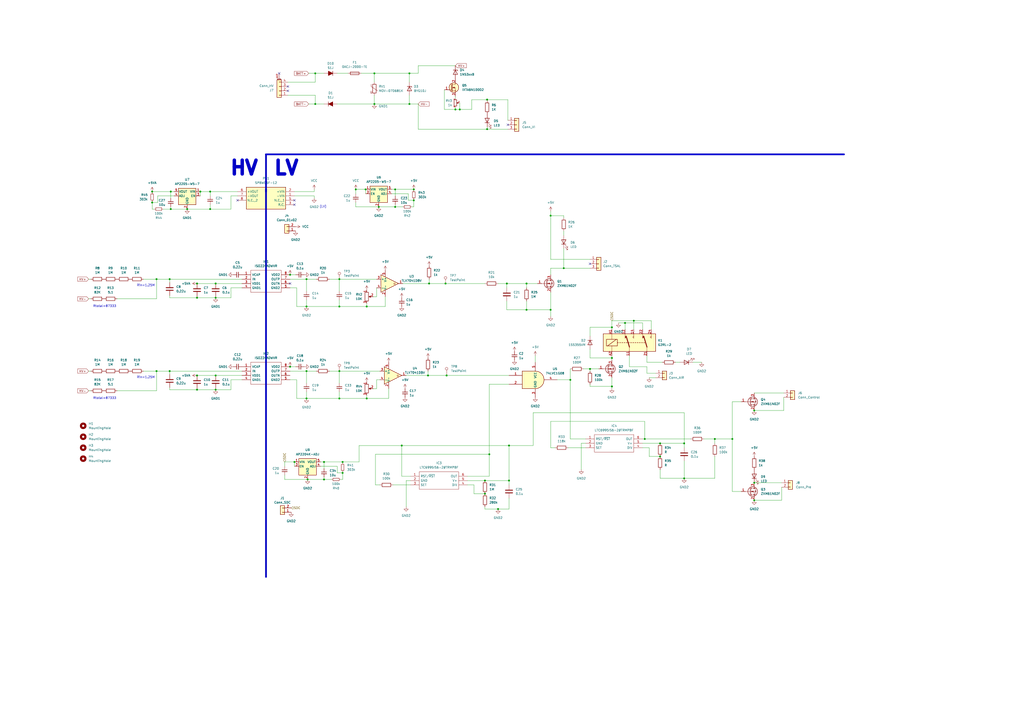
<source format=kicad_sch>
(kicad_sch (version 20230121) (generator eeschema)
  (paper "A2")
  (junction (at 212.09 109.855))
  (junction (at 114.3 172.72))
  (junction (at 99.06 121.285))
  (junction (at 354.965 207.645))
  (junction (at 330.835 220.345))
  (junction (at 198.755 274.32))
  (junction (at 88.265 117.475))
  (junction (at 170.815 267.97))
  (junction (at 90.805 215.265))
  (junction (at 319.405 179.705))
  (junction (at 229.235 120.015))
  (junction (at 217.17 60.325))
  (junction (at 424.815 254.635))
  (junction (at 217.17 42.545))
  (junction (at 281.305 278.765))
  (junction (at 125.095 164.465))
  (junction (at 305.435 179.705))
  (junction (at 437.515 290.195))
  (junction (at 382.905 264.795))
  (junction (at 319.405 125.095))
  (junction (at 187.96 267.97))
  (junction (at 177.8 177.8))
  (junction (at 116.205 111.125))
  (junction (at 168.275 159.385))
  (junction (at 206.375 109.855))
  (junction (at 354.965 224.155))
  (junction (at 237.49 60.325))
  (junction (at 196.85 215.265))
  (junction (at 248.285 217.805))
  (junction (at 294.005 164.465))
  (junction (at 362.585 187.325))
  (junction (at 305.435 164.465))
  (junction (at 266.7 63.5))
  (junction (at 264.16 63.5))
  (junction (at 396.875 257.175))
  (junction (at 354.965 189.865))
  (junction (at 177.8 215.265))
  (junction (at 121.92 121.285))
  (junction (at 114.3 217.805))
  (junction (at 98.425 161.925))
  (junction (at 248.92 164.465))
  (junction (at 114.3 226.06))
  (junction (at 229.235 109.855))
  (junction (at 414.655 254.635))
  (junction (at 233.045 258.445))
  (junction (at 240.03 116.205))
  (junction (at 196.85 177.8))
  (junction (at 382.905 257.175))
  (junction (at 283.845 263.525))
  (junction (at 437.515 280.035))
  (junction (at 295.275 278.765))
  (junction (at 240.03 109.855))
  (junction (at 327.025 155.575))
  (junction (at 437.515 238.125))
  (junction (at 281.305 286.385))
  (junction (at 288.925 295.275))
  (junction (at 258.445 164.465))
  (junction (at 196.85 161.925))
  (junction (at 187.96 278.13))
  (junction (at 98.425 215.265))
  (junction (at 342.265 213.995))
  (junction (at 125.095 172.72))
  (junction (at 178.435 278.13))
  (junction (at 108.585 121.285))
  (junction (at 182.88 60.325))
  (junction (at 168.275 212.725))
  (junction (at 88.265 111.125))
  (junction (at 114.3 164.465))
  (junction (at 282.575 74.93))
  (junction (at 237.49 42.545))
  (junction (at 396.875 277.495))
  (junction (at 259.08 217.805))
  (junction (at 90.805 161.925))
  (junction (at 374.015 254.635))
  (junction (at 177.8 231.14))
  (junction (at 219.71 120.015))
  (junction (at 121.92 111.125))
  (junction (at 212.725 177.8))
  (junction (at 125.095 226.06))
  (junction (at 182.88 42.545))
  (junction (at 99.06 111.125))
  (junction (at 177.8 161.925))
  (junction (at 295.275 258.445))
  (junction (at 282.575 57.785))
  (junction (at 367.665 186.055))
  (junction (at 212.725 231.14))
  (junction (at 198.755 267.97))
  (junction (at 196.85 231.14))
  (junction (at 125.095 217.805))
  (no_connect (at 137.795 116.205))
  (no_connect (at 167.005 52.705))
  (no_connect (at 294.64 72.39))
  (no_connect (at 168.275 164.465))
  (no_connect (at 342.265 153.035))
  (no_connect (at 170.815 116.205))
  (no_connect (at 167.005 50.165))
  (no_connect (at 161.925 42.545))
  (no_connect (at 170.815 118.745))
  (wire (pts (xy 295.275 258.445) (xy 309.245 258.445)))
  (wire (pts (xy 133.985 167.005) (xy 133.985 172.72)))
  (wire (pts (xy 114.3 226.06) (xy 114.3 225.425)))
  (wire (pts (xy 354.965 186.055) (xy 354.965 189.865)))
  (wire (pts (xy 99.06 121.285) (xy 94.615 121.285)))
  (wire (pts (xy 218.44 220.345) (xy 220.345 220.345)))
  (wire (pts (xy 196.85 227.33) (xy 196.85 231.14)))
  (wire (pts (xy 288.925 164.465) (xy 294.005 164.465)))
  (wire (pts (xy 259.08 217.805) (xy 295.275 217.805)))
  (wire (pts (xy 274.955 281.305) (xy 274.955 286.385)))
  (wire (pts (xy 319.405 159.385) (xy 319.405 155.575)))
  (wire (pts (xy 264.16 63.5) (xy 266.7 63.5)))
  (wire (pts (xy 196.85 177.8) (xy 212.725 177.8)))
  (wire (pts (xy 99.06 111.125) (xy 99.06 114.935)))
  (wire (pts (xy 179.07 42.545) (xy 182.88 42.545)))
  (wire (pts (xy 67.945 226.695) (xy 90.805 226.695)))
  (wire (pts (xy 191.135 215.265) (xy 196.85 215.265)))
  (wire (pts (xy 342.265 222.885) (xy 342.265 224.155)))
  (wire (pts (xy 90.805 161.925) (xy 98.425 161.925)))
  (wire (pts (xy 354.965 208.915) (xy 354.965 207.645)))
  (wire (pts (xy 179.07 60.325) (xy 182.88 60.325)))
  (wire (pts (xy 342.265 213.995) (xy 347.345 213.995)))
  (wire (pts (xy 229.235 118.745) (xy 229.235 120.015)))
  (wire (pts (xy 220.345 281.305) (xy 217.805 281.305)))
  (wire (pts (xy 424.815 285.115) (xy 424.815 254.635)))
  (wire (pts (xy 295.275 258.445) (xy 295.275 278.765)))
  (wire (pts (xy 125.095 226.06) (xy 133.985 226.06)))
  (wire (pts (xy 372.745 254.635) (xy 374.015 254.635)))
  (wire (pts (xy 198.755 274.32) (xy 198.755 278.13)))
  (wire (pts (xy 362.585 187.325) (xy 372.745 187.325)))
  (wire (pts (xy 454.66 238.125) (xy 454.66 230.505)))
  (wire (pts (xy 88.265 111.125) (xy 88.265 111.76)))
  (wire (pts (xy 195.58 274.32) (xy 198.755 274.32)))
  (wire (pts (xy 217.805 281.305) (xy 217.805 263.525)))
  (wire (pts (xy 99.06 111.125) (xy 88.265 111.125)))
  (wire (pts (xy 217.805 263.525) (xy 283.845 263.525)))
  (wire (pts (xy 321.945 259.715) (xy 319.405 259.715)))
  (wire (pts (xy 319.405 125.095) (xy 319.405 150.495)))
  (wire (pts (xy 125.095 172.085) (xy 125.095 172.72)))
  (wire (pts (xy 182.88 55.245) (xy 182.88 60.325)))
  (wire (pts (xy 319.405 155.575) (xy 327.025 155.575)))
  (wire (pts (xy 367.665 186.055) (xy 367.665 191.135)))
  (wire (pts (xy 237.49 42.545) (xy 242.57 42.545)))
  (wire (pts (xy 305.435 164.465) (xy 305.435 167.005)))
  (wire (pts (xy 376.555 264.795) (xy 382.905 264.795)))
  (wire (pts (xy 212.09 109.855) (xy 212.09 112.395)))
  (wire (pts (xy 309.245 239.395) (xy 396.875 239.395)))
  (wire (pts (xy 88.265 116.84) (xy 88.265 117.475)))
  (wire (pts (xy 91.44 113.665) (xy 91.44 117.475)))
  (wire (pts (xy 217.17 55.245) (xy 217.17 60.325)))
  (wire (pts (xy 319.405 122.555) (xy 319.405 125.095)))
  (wire (pts (xy 91.44 113.665) (xy 100.965 113.665)))
  (wire (pts (xy 283.845 263.525) (xy 283.845 222.885)))
  (wire (pts (xy 365.125 212.725) (xy 375.285 212.725)))
  (wire (pts (xy 236.855 112.395) (xy 227.33 112.395)))
  (wire (pts (xy 83.185 161.925) (xy 90.805 161.925)))
  (wire (pts (xy 339.725 257.175) (xy 337.185 257.175)))
  (wire (pts (xy 196.85 161.925) (xy 196.85 168.91)))
  (wire (pts (xy 229.235 120.015) (xy 233.68 120.015)))
  (wire (pts (xy 196.85 215.265) (xy 196.85 222.25)))
  (wire (pts (xy 283.845 222.885) (xy 295.275 222.885)))
  (wire (pts (xy 177.8 161.925) (xy 177.8 168.91)))
  (wire (pts (xy 212.725 231.14) (xy 212.725 229.235)))
  (wire (pts (xy 233.045 258.445) (xy 295.275 258.445)))
  (wire (pts (xy 197.485 278.13) (xy 198.755 278.13)))
  (wire (pts (xy 238.125 276.225) (xy 233.045 276.225)))
  (wire (pts (xy 327.025 155.575) (xy 342.265 155.575)))
  (wire (pts (xy 242.57 38.1) (xy 242.57 42.545)))
  (wire (pts (xy 196.85 215.265) (xy 220.345 215.265)))
  (wire (pts (xy 233.68 164.465) (xy 248.92 164.465)))
  (wire (pts (xy 98.425 215.265) (xy 98.425 217.17)))
  (wire (pts (xy 125.095 164.465) (xy 140.335 164.465)))
  (wire (pts (xy 309.245 239.395) (xy 309.245 258.445)))
  (wire (pts (xy 208.28 258.445) (xy 233.045 258.445)))
  (wire (pts (xy 294.005 164.465) (xy 305.435 164.465)))
  (wire (pts (xy 342.265 194.945) (xy 342.265 189.865)))
  (wire (pts (xy 235.585 217.805) (xy 248.285 217.805)))
  (wire (pts (xy 121.92 111.125) (xy 121.92 113.665)))
  (wire (pts (xy 212.09 109.855) (xy 206.375 109.855)))
  (wire (pts (xy 51.435 161.925) (xy 52.705 161.925)))
  (wire (pts (xy 233.045 276.225) (xy 233.045 258.445)))
  (wire (pts (xy 375.285 212.725) (xy 375.285 216.535)))
  (wire (pts (xy 377.825 186.055) (xy 367.665 186.055)))
  (wire (pts (xy 98.425 161.925) (xy 98.425 163.83)))
  (wire (pts (xy 362.585 187.325) (xy 362.585 191.135)))
  (wire (pts (xy 219.71 120.015) (xy 229.235 120.015)))
  (wire (pts (xy 282.575 58.42) (xy 282.575 57.785)))
  (wire (pts (xy 168.275 220.345) (xy 172.085 220.345)))
  (wire (pts (xy 218.44 172.085) (xy 218.44 167.005)))
  (wire (pts (xy 172.085 167.005) (xy 172.085 177.8)))
  (wire (pts (xy 414.655 254.635) (xy 414.655 257.175)))
  (wire (pts (xy 114.3 172.72) (xy 114.3 172.085)))
  (wire (pts (xy 90.805 161.925) (xy 90.805 173.355)))
  (wire (pts (xy 116.205 111.125) (xy 121.92 111.125)))
  (wire (pts (xy 125.095 217.805) (xy 140.335 217.805)))
  (wire (pts (xy 187.96 276.86) (xy 187.96 278.13)))
  (wire (pts (xy 198.755 273.685) (xy 198.755 274.32)))
  (wire (pts (xy 453.39 282.575) (xy 453.39 290.195)))
  (wire (pts (xy 167.005 47.625) (xy 182.88 47.625)))
  (wire (pts (xy 342.265 207.645) (xy 354.965 207.645)))
  (wire (pts (xy 177.8 161.925) (xy 183.515 161.925)))
  (wire (pts (xy 424.815 233.045) (xy 429.895 233.045)))
  (wire (pts (xy 294.005 174.625) (xy 294.005 179.705)))
  (wire (pts (xy 165.1 278.13) (xy 178.435 278.13)))
  (polyline (pts (xy 154.305 89.535) (xy 489.585 89.535)) (stroke (width 1)))
  (wire (pts (xy 90.805 215.265) (xy 98.425 215.265)))
  (wire (pts (xy 319.405 244.475) (xy 374.015 244.475)))
  (wire (pts (xy 212.725 177.8) (xy 212.725 175.895)))
  (wire (pts (xy 212.725 231.14) (xy 225.425 231.14)))
  (wire (pts (xy 453.39 290.195) (xy 437.515 290.195)))
  (wire (pts (xy 437.515 227.965) (xy 454.66 227.965)))
  (wire (pts (xy 133.985 220.345) (xy 133.985 226.06)))
  (wire (pts (xy 178.435 278.13) (xy 187.96 278.13)))
  (wire (pts (xy 140.335 220.345) (xy 133.985 220.345)))
  (wire (pts (xy 217.17 60.325) (xy 237.49 60.325)))
  (wire (pts (xy 264.16 63.5) (xy 264.16 62.23)))
  (wire (pts (xy 282.575 57.785) (xy 294.64 57.785)))
  (wire (pts (xy 248.92 161.925) (xy 248.92 164.465)))
  (wire (pts (xy 414.655 254.635) (xy 424.815 254.635)))
  (wire (pts (xy 229.235 109.855) (xy 240.03 109.855)))
  (wire (pts (xy 177.8 215.265) (xy 177.8 222.25)))
  (wire (pts (xy 238.76 120.015) (xy 240.03 120.015)))
  (wire (pts (xy 51.435 173.355) (xy 52.705 173.355)))
  (wire (pts (xy 266.7 59.69) (xy 266.7 63.5)))
  (wire (pts (xy 191.135 161.925) (xy 196.85 161.925)))
  (wire (pts (xy 225.425 225.425) (xy 225.425 231.14)))
  (wire (pts (xy 271.145 278.765) (xy 281.305 278.765)))
  (wire (pts (xy 273.685 57.785) (xy 273.685 63.5)))
  (wire (pts (xy 209.55 42.545) (xy 217.17 42.545)))
  (wire (pts (xy 396.875 257.175) (xy 396.875 259.715)))
  (polyline (pts (xy 154.305 111.125) (xy 154.305 89.535)) (stroke (width 1)))
  (wire (pts (xy 329.565 259.715) (xy 339.725 259.715)))
  (wire (pts (xy 342.265 215.265) (xy 342.265 213.995)))
  (wire (pts (xy 240.03 116.205) (xy 240.03 120.015)))
  (wire (pts (xy 374.015 244.475) (xy 374.015 254.635)))
  (wire (pts (xy 377.825 191.135) (xy 377.825 186.055)))
  (wire (pts (xy 367.665 186.055) (xy 354.965 186.055)))
  (wire (pts (xy 125.095 225.425) (xy 125.095 226.06)))
  (wire (pts (xy 374.015 254.635) (xy 400.685 254.635)))
  (wire (pts (xy 88.265 117.475) (xy 88.265 121.285)))
  (wire (pts (xy 271.145 281.305) (xy 274.955 281.305)))
  (wire (pts (xy 257.81 63.5) (xy 264.16 63.5)))
  (wire (pts (xy 319.405 150.495) (xy 342.265 150.495)))
  (wire (pts (xy 206.375 120.015) (xy 219.71 120.015)))
  (wire (pts (xy 98.425 215.265) (xy 140.335 215.265)))
  (wire (pts (xy 67.945 173.355) (xy 90.805 173.355)))
  (wire (pts (xy 258.445 164.465) (xy 281.305 164.465)))
  (wire (pts (xy 206.375 109.855) (xy 206.375 112.395)))
  (wire (pts (xy 327.025 125.095) (xy 319.405 125.095)))
  (wire (pts (xy 208.28 267.97) (xy 208.28 258.445)))
  (wire (pts (xy 98.425 161.925) (xy 140.335 161.925)))
  (wire (pts (xy 172.085 231.14) (xy 177.8 231.14)))
  (wire (pts (xy 182.88 42.545) (xy 187.96 42.545)))
  (wire (pts (xy 51.435 226.695) (xy 52.705 226.695)))
  (wire (pts (xy 294.64 57.785) (xy 294.64 69.85)))
  (wire (pts (xy 165.1 267.97) (xy 165.1 270.51)))
  (wire (pts (xy 305.435 179.705) (xy 319.405 179.705)))
  (wire (pts (xy 91.44 117.475) (xy 88.265 117.475)))
  (wire (pts (xy 168.275 215.265) (xy 177.8 215.265)))
  (wire (pts (xy 295.275 288.925) (xy 295.275 295.275)))
  (wire (pts (xy 177.8 173.99) (xy 177.8 177.8)))
  (wire (pts (xy 372.745 187.325) (xy 372.745 191.135)))
  (wire (pts (xy 83.185 215.265) (xy 90.805 215.265)))
  (wire (pts (xy 376.555 259.715) (xy 376.555 264.795)))
  (wire (pts (xy 271.145 276.225) (xy 283.845 276.225)))
  (wire (pts (xy 282.575 74.93) (xy 294.64 74.93)))
  (wire (pts (xy 248.285 215.265) (xy 248.285 217.805)))
  (wire (pts (xy 227.33 109.855) (xy 229.235 109.855)))
  (wire (pts (xy 240.03 109.855) (xy 240.03 110.49)))
  (wire (pts (xy 342.265 189.865) (xy 354.965 189.865)))
  (wire (pts (xy 238.125 278.765) (xy 235.585 278.765)))
  (wire (pts (xy 358.775 187.325) (xy 362.585 187.325)))
  (wire (pts (xy 196.85 161.925) (xy 218.44 161.925)))
  (wire (pts (xy 242.57 60.325) (xy 242.57 74.93)))
  (wire (pts (xy 196.85 173.99) (xy 196.85 177.8)))
  (wire (pts (xy 208.28 267.97) (xy 198.755 267.97)))
  (wire (pts (xy 319.405 179.705) (xy 319.405 169.545)))
  (wire (pts (xy 235.585 278.765) (xy 235.585 294.005)))
  (wire (pts (xy 195.58 270.51) (xy 186.055 270.51)))
  (wire (pts (xy 337.185 257.175) (xy 337.185 272.415)))
  (wire (pts (xy 281.305 294.005) (xy 281.305 295.275)))
  (wire (pts (xy 391.795 210.185) (xy 394.335 210.185)))
  (wire (pts (xy 198.755 267.97) (xy 198.755 268.605)))
  (wire (pts (xy 51.435 215.265) (xy 52.705 215.265)))
  (wire (pts (xy 375.285 206.375) (xy 375.285 210.185)))
  (wire (pts (xy 375.285 210.185) (xy 384.175 210.185)))
  (wire (pts (xy 365.125 206.375) (xy 365.125 212.725)))
  (wire (pts (xy 396.875 277.495) (xy 414.655 277.495)))
  (wire (pts (xy 372.745 259.715) (xy 376.555 259.715)))
  (wire (pts (xy 330.835 254.635) (xy 339.725 254.635)))
  (wire (pts (xy 98.425 172.72) (xy 114.3 172.72)))
  (wire (pts (xy 182.245 111.125) (xy 170.815 111.125)))
  (wire (pts (xy 89.535 121.285) (xy 88.265 121.285)))
  (wire (pts (xy 375.285 216.535) (xy 380.365 216.535)))
  (wire (pts (xy 98.425 224.79) (xy 98.425 226.06)))
  (wire (pts (xy 137.795 111.125) (xy 121.92 111.125)))
  (wire (pts (xy 437.515 238.125) (xy 454.66 238.125)))
  (wire (pts (xy 396.875 239.395) (xy 396.875 257.175)))
  (wire (pts (xy 171.45 212.725) (xy 168.275 212.725)))
  (wire (pts (xy 114.3 164.465) (xy 125.095 164.465)))
  (wire (pts (xy 227.965 281.305) (xy 238.125 281.305)))
  (wire (pts (xy 281.305 295.275) (xy 288.925 295.275)))
  (wire (pts (xy 288.925 295.275) (xy 295.275 295.275)))
  (wire (pts (xy 172.085 177.8) (xy 177.8 177.8)))
  (wire (pts (xy 342.265 224.155) (xy 354.965 224.155)))
  (wire (pts (xy 437.515 280.035) (xy 453.39 280.035)))
  (wire (pts (xy 382.905 257.175) (xy 396.875 257.175)))
  (wire (pts (xy 195.58 270.51) (xy 195.58 274.32)))
  (wire (pts (xy 242.57 74.93) (xy 282.575 74.93)))
  (wire (pts (xy 319.405 179.705) (xy 319.405 183.515)))
  (wire (pts (xy 229.235 109.855) (xy 229.235 113.665)))
  (wire (pts (xy 237.49 60.325) (xy 242.57 60.325)))
  (wire (pts (xy 168.275 167.005) (xy 172.085 167.005)))
  (wire (pts (xy 376.555 219.075) (xy 380.365 219.075)))
  (wire (pts (xy 327.025 144.145) (xy 327.025 155.575)))
  (wire (pts (xy 170.815 267.97) (xy 165.1 267.97)))
  (wire (pts (xy 140.335 167.005) (xy 133.985 167.005)))
  (wire (pts (xy 114.3 217.805) (xy 125.095 217.805)))
  (wire (pts (xy 187.96 267.97) (xy 187.96 271.78)))
  (wire (pts (xy 196.85 231.14) (xy 212.725 231.14)))
  (wire (pts (xy 125.095 226.06) (xy 114.3 226.06)))
  (wire (pts (xy 305.435 174.625) (xy 305.435 179.705)))
  (wire (pts (xy 327.025 126.365) (xy 327.025 125.095)))
  (wire (pts (xy 121.92 118.745) (xy 121.92 121.285)))
  (wire (pts (xy 99.06 120.015) (xy 99.06 121.285)))
  (wire (pts (xy 266.7 63.5) (xy 273.685 63.5)))
  (wire (pts (xy 165.1 275.59) (xy 165.1 278.13)))
  (wire (pts (xy 195.58 42.545) (xy 201.93 42.545)))
  (wire (pts (xy 401.955 210.185) (xy 407.035 210.185)))
  (wire (pts (xy 408.305 254.635) (xy 414.655 254.635)))
  (wire (pts (xy 330.835 220.345) (xy 330.835 213.995)))
  (wire (pts (xy 327.025 133.985) (xy 327.025 136.525)))
  (wire (pts (xy 125.095 172.72) (xy 114.3 172.72)))
  (wire (pts (xy 236.855 112.395) (xy 236.855 116.205)))
  (wire (pts (xy 342.265 202.565) (xy 342.265 207.645)))
  (wire (pts (xy 108.585 121.285) (xy 99.06 121.285)))
  (wire (pts (xy 330.835 254.635) (xy 330.835 220.345)))
  (wire (pts (xy 172.085 220.345) (xy 172.085 231.14)))
  (wire (pts (xy 133.985 113.665) (xy 133.985 121.285)))
  (wire (pts (xy 382.905 272.415) (xy 382.905 277.495)))
  (wire (pts (xy 182.245 113.665) (xy 182.245 114.935)))
  (wire (pts (xy 242.57 38.1) (xy 264.16 38.1)))
  (wire (pts (xy 237.49 42.545) (xy 237.49 47.625)))
  (wire (pts (xy 281.305 278.765) (xy 295.275 278.765)))
  (wire (pts (xy 273.685 57.785) (xy 282.575 57.785)))
  (wire (pts (xy 171.45 159.385) (xy 168.275 159.385)))
  (wire (pts (xy 216.535 172.085) (xy 218.44 172.085)))
  (wire (pts (xy 212.725 177.8) (xy 223.52 177.8)))
  (wire (pts (xy 223.52 172.085) (xy 223.52 177.8)))
  (wire (pts (xy 137.795 113.665) (xy 133.985 113.665)))
  (wire (pts (xy 206.375 117.475) (xy 206.375 120.015)))
  (wire (pts (xy 187.96 267.97) (xy 198.755 267.97)))
  (wire (pts (xy 354.965 219.075) (xy 354.965 224.155)))
  (wire (pts (xy 216.535 225.425) (xy 218.44 225.425)))
  (wire (pts (xy 116.205 111.125) (xy 116.205 113.665)))
  (wire (pts (xy 282.575 73.66) (xy 282.575 74.93)))
  (wire (pts (xy 98.425 226.06) (xy 114.3 226.06)))
  (wire (pts (xy 372.745 257.175) (xy 382.905 257.175)))
  (wire (pts (xy 382.905 277.495) (xy 396.875 277.495)))
  (wire (pts (xy 170.815 113.665) (xy 182.245 113.665)))
  (wire (pts (xy 237.49 55.245) (xy 237.49 60.325)))
  (wire (pts (xy 182.245 109.855) (xy 182.245 111.125)))
  (wire (pts (xy 283.845 276.225) (xy 283.845 263.525)))
  (wire (pts (xy 354.965 224.155) (xy 354.965 225.425)))
  (wire (pts (xy 125.095 172.72) (xy 133.985 172.72)))
  (wire (pts (xy 338.455 213.995) (xy 342.265 213.995)))
  (wire (pts (xy 294.005 164.465) (xy 294.005 167.005)))
  (wire (pts (xy 100.965 111.125) (xy 99.06 111.125)))
  (wire (pts (xy 248.285 217.805) (xy 259.08 217.805)))
  (wire (pts (xy 274.955 286.385) (xy 281.305 286.385)))
  (wire (pts (xy 236.855 116.205) (xy 240.03 116.205)))
  (wire (pts (xy 354.965 189.865) (xy 354.965 191.135)))
  (wire (pts (xy 177.8 227.33) (xy 177.8 231.14)))
  (wire (pts (xy 248.92 164.465) (xy 258.445 164.465)))
  (wire (pts (xy 310.515 206.375) (xy 310.515 210.185)))
  (wire (pts (xy 182.88 60.325) (xy 187.96 60.325)))
  (wire (pts (xy 264.16 57.15) (xy 264.16 55.88)))
  (wire (pts (xy 396.875 267.335) (xy 396.875 277.495)))
  (wire (pts (xy 133.985 121.285) (xy 121.92 121.285)))
  (wire (pts (xy 305.435 164.465) (xy 311.785 164.465)))
  (wire (pts (xy 424.815 254.635) (xy 424.815 233.045)))
  (wire (pts (xy 354.965 207.645) (xy 354.965 206.375)))
  (wire (pts (xy 167.005 55.245) (xy 182.88 55.245)))
  (wire (pts (xy 319.405 259.715) (xy 319.405 244.475)))
  (wire (pts (xy 177.8 215.265) (xy 183.515 215.265)))
  (wire (pts (xy 187.96 278.13) (xy 192.405 278.13)))
  (wire (pts (xy 295.275 278.765) (xy 295.275 281.305)))
  (wire (pts (xy 429.895 285.115) (xy 424.815 285.115)))
  (wire (pts (xy 195.58 60.325) (xy 217.17 60.325)))
  (wire (pts (xy 170.815 267.97) (xy 170.815 270.51)))
  (wire (pts (xy 177.8 177.8) (xy 196.85 177.8)))
  (wire (pts (xy 186.055 267.97) (xy 187.96 267.97)))
  (wire (pts (xy 323.215 220.345) (xy 330.835 220.345)))
  (wire (pts (xy 218.44 225.425) (xy 218.44 220.345)))
  (wire (pts (xy 182.88 47.625) (xy 182.88 42.545)))
  (wire (pts (xy 240.03 115.57) (xy 240.03 116.205)))
  (wire (pts (xy 90.805 215.265) (xy 90.805 226.695)))
  (wire (pts (xy 294.005 179.705) (xy 305.435 179.705)))
  (wire (pts (xy 217.17 42.545) (xy 217.17 47.625)))
  (wire (pts (xy 168.275 161.925) (xy 177.8 161.925)))
  (wire (pts (xy 259.08 217.17) (xy 259.08 217.805)))
  (wire (pts (xy 98.425 171.45) (xy 98.425 172.72)))
  (wire (pts (xy 217.17 42.545) (xy 237.49 42.545)))
  (wire (pts (xy 257.81 52.07) (xy 257.81 63.5)))
  (wire (pts (xy 177.8 231.14) (xy 196.85 231.14)))
  (wire (pts (xy 414.655 264.795) (xy 414.655 277.495)))
  (polyline (pts (xy 154.305 109.855) (xy 154.305 334.645)) (stroke (width 1)))
  (wire (pts (xy 121.92 121.285) (xy 108.585 121.285)))
  (text "HV" (at 132.715 102.235 0) (effects (font (size 8 8) (thickness 2) bold) (justify left bottom)))
  (text "Rtotal=87333" (at 53.975 231.775 0) (effects (font (size 1.27 1.27)) (justify left bottom)))
  (text "Rin=1.25M" (at 79.375 219.71 0) (effects (font (size 1.27 1.27)) (justify left bottom)))
  (text "Rtotal=87333" (at 53.975 178.435 0) (effects (font (size 1.27 1.27)) (justify left bottom)))
  (text "Rin=1.25M" (at 79.375 166.37 0) (effects (font (size 1.27 1.27)) (justify left bottom)))
  (text "LV" (at 158.115 102.235 0) (effects (font (size 8 8) (thickness 2) bold) (justify left bottom)))
  (text "(LV)" (at 185.42 120.65 0) (effects (font (size 1.27 1.27)) (justify left bottom)))
  (global_label "HV-" (shape input) (at 242.57 60.325 0) (property "Intersheetrefs" "${INTERSHEET_REFS}" (effects hide)))
  (global_label "HV-" (shape input) (at 51.435 173.355 180) (property "Intersheetrefs" "${INTERSHEET_REFS}" (effects hide)))
  (global_label "HV+" (shape input) (at 51.435 161.925 180) (property "Intersheetrefs" "${INTERSHEET_REFS}" (effects hide)))
  (global_label "BATT-" (shape input) (at 179.07 60.325 180) (property "Intersheetrefs" "${INTERSHEET_REFS}" (effects hide)))
  (global_label "HV-" (shape input) (at 51.435 226.695 180) (property "Intersheetrefs" "${INTERSHEET_REFS}" (effects hide)))
  (global_label "HV+" (shape input) (at 264.16 38.1 0) (property "Intersheetrefs" "${INTERSHEET_REFS}" (effects hide)))
  (global_label "BATT+" (shape input) (at 179.07 42.545 180) (property "Intersheetrefs" "${INTERSHEET_REFS}" (effects hide)))
  (global_label "HV+" (shape input) (at 51.435 215.265 180) (property "Intersheetrefs" "${INTERSHEET_REFS}" (effects hide)))
  (hierarchical_label "SDC" (shape input) (at 168.91 294.64 0))
  (hierarchical_label "SDC" (shape input) (at 354.965 186.055 90))
  (hierarchical_label "SDC" (shape input) (at 165.1 267.97 90))
  (symbol (lib_id "power:+5V") (at 248.285 207.645 0) (unit 1)
    (property "Reference" "#PWR026" (effects hide))
    (property "Value" "+5V" (at 248.285 202.565 0))
  )
  (symbol (lib_id "power:+5V") (at 212.725 168.275 0) (unit 1)
    (property "Reference" "#PWR034" (effects hide))
    (property "Value" "+5V" (at 212.725 163.195 0))
  )
  (symbol (lib_id "Device:R") (at 414.655 260.985 180) (unit 1)
    (property "Reference" "R37" (at 417.195 259.715 0) (effects (justify right)))
    (property "Value" "100k" (at 417.195 262.255 0) (effects (justify right)))
    (property "Footprint" "Resistor_SMD:R_0603_1608Metric" (effects hide))
  )
  (symbol (lib_id "Device:C_Small") (at 196.85 171.45 0) (unit 1)
    (property "Reference" "C15" (at 200.025 170.1863 0) (effects (justify left)))
    (property "Value" "1u" (at 200.025 172.7263 0) (effects (justify left)))
    (property "Footprint" "Capacitor_SMD:C_0603_1608Metric" (effects hide))
  )
  (symbol (lib_id "power:GND1") (at 108.585 121.285 0) (unit 1)
    (property "Reference" "#PWR047" (effects hide))
    (property "Value" "GND1" (at 108.585 126.365 0))
  )
  (symbol (lib_id "Regulator_Linear:AP2204K-ADJ") (at 219.71 112.395 0) (unit 1)
    (property "Reference" "U6" (at 219.71 102.87 0))
    (property "Value" "AP2205-W5-7" (at 219.71 105.41 0))
    (property "Footprint" "Package_TO_SOT_SMD:SOT-23-5" (effects hide))
    (property "Datasheet" "https://www.diodes.com/assets/Datasheets/AP2204.pdf" (effects hide))
  )
  (symbol (lib_id "Connector_Generic:Conn_01x02") (at 166.37 133.985 180) (unit 1)
    (property "Reference" "J4" (at 166.37 125.095 0))
    (property "Value" "Conn_01x02" (at 166.37 127.635 0))
    (property "Footprint" "Connector_JST:JST_XH_B2B-XH-A_1x02_P2.50mm_Vertical" (effects hide))
  )
  (symbol (lib_id "power:GND2") (at 288.925 295.275 0) (unit 1)
    (property "Reference" "#PWR046" (effects hide))
    (property "Value" "GND2" (at 288.925 300.355 0))
  )
  (symbol (lib_id "Device:C") (at 294.005 170.815 0) (unit 1)
    (property "Reference" "C21" (at 297.815 169.545 0) (effects (justify left)))
    (property "Value" "1u" (at 297.815 172.085 0) (effects (justify left)))
    (property "Footprint" "Capacitor_SMD:C_0603_1608Metric" (effects hide))
  )
  (symbol (lib_id "Device:C_Small") (at 165.1 273.05 0) (unit 1)
    (property "Reference" "C20" (at 161.925 271.7863 0) (effects (justify right)))
    (property "Value" "1u" (at 161.925 274.3263 0) (effects (justify right)))
    (property "Footprint" "Capacitor_SMD:C_0603_1608Metric" (effects hide))
  )
  (symbol (lib_id "Device:R") (at 248.285 211.455 0) (unit 1)
    (property "Reference" "R23" (at 250.825 210.185 0) (effects (justify left)))
    (property "Value" "1k" (at 250.825 212.725 0) (effects (justify left)))
    (property "Footprint" "Resistor_SMD:R_0603_1608Metric" (effects hide))
  )
  (symbol (lib_id "Device:R_Small") (at 194.945 278.13 90) (mirror x) (unit 1)
    (property "Reference" "R40" (at 194.945 283.21 90))
    (property "Value" "100k" (at 194.945 280.67 90))
    (property "Footprint" "Resistor_SMD:R_0603_1608Metric" (effects hide))
  )
  (symbol (lib_id "PCM_Transistor_MOSFET_AKL:IXTA6N100D2") (at 261.62 50.8 0) (unit 1)
    (property "Reference" "Q5" (at 267.97 49.53 0) (effects (justify left)))
    (property "Value" "IXTA6N100D2" (at 267.97 52.07 0) (effects (justify left)))
    (property "Footprint" "Package_TO_SOT_THT:TO-247-3_Vertical" (effects hide))
    (property "Datasheet" "https://www.tme.eu/Document/f8261b21cd0d48dda080c02a8593371c/IXTA%28H,P%296N100D2.pdf" (effects hide))
  )
  (symbol (lib_id "Device:R") (at 248.92 158.115 0) (unit 1)
    (property "Reference" "R22" (at 251.46 156.845 0) (effects (justify left)))
    (property "Value" "1k" (at 251.46 159.385 0) (effects (justify left)))
    (property "Footprint" "Resistor_SMD:R_0603_1608Metric" (effects hide))
  )
  (symbol (lib_id "power:GND2") (at 298.45 208.915 0) (unit 1)
    (property "Reference" "#PWR052" (effects hide))
    (property "Value" "GND2" (at 298.45 213.995 0))
  )
  (symbol (lib_id "Comparator:TLV7041DBV") (at 227.965 217.805 0) (unit 1)
    (property "Reference" "U4" (at 240.665 213.6141 0))
    (property "Value" "TLV7041DBV" (at 240.665 216.1541 0))
    (property "Footprint" "Package_TO_SOT_SMD:SOT-23-5" (effects hide))
    (property "Datasheet" "https://www.ti.com/lit/ds/symlink/tlv7041.pdf" (effects hide))
  )
  (symbol (lib_id "power:GND2") (at 219.71 120.015 0) (unit 1)
    (property "Reference" "#PWR03" (effects hide))
    (property "Value" "GND2" (at 219.71 125.095 0))
  )
  (symbol (lib_id "Device:R_Small") (at 236.22 120.015 90) (mirror x) (unit 1)
    (property "Reference" "R42" (at 236.22 125.095 90))
    (property "Value" "100k" (at 236.22 122.555 90))
    (property "Footprint" "Resistor_SMD:R_0603_1608Metric" (effects hide))
  )
  (symbol (lib_id "Diode:1N53xxB") (at 264.16 41.91 270) (unit 1)
    (property "Reference" "D4" (at 266.7 40.64 90) (effects (justify left)))
    (property "Value" "1N53xxB" (at 266.7 43.18 90) (effects (justify left)))
    (property "Footprint" "Diode_THT:D_DO-201_P15.24mm_Horizontal" (effects hide))
    (property "Datasheet" "https://diotec.com/tl_files/diotec/files/pdf/datasheets/1n5345b.pdf" (effects hide))
  )
  (symbol (lib_id "power:+5V") (at 212.725 221.615 0) (unit 1)
    (property "Reference" "#PWR028" (effects hide))
    (property "Value" "+5V" (at 212.725 216.535 0))
  )
  (symbol (lib_id "power:+5V") (at 437.515 264.795 0) (unit 1)
    (property "Reference" "#PWR058" (effects hide))
    (property "Value" "+5V" (at 437.515 259.715 0))
  )
  (symbol (lib_id "power:GND2") (at 182.245 114.935 0) (unit 1)
    (property "Reference" "#PWR072" (effects hide))
    (property "Value" "GND2" (at 182.245 120.015 0))
  )
  (symbol (lib_id "Connector_Generic:Conn_01x02") (at 385.445 216.535 0) (unit 1)
    (property "Reference" "J3" (at 387.985 216.535 0) (effects (justify left)))
    (property "Value" "Conn_AIR" (at 387.985 219.075 0) (effects (justify left)))
    (property "Footprint" "Connector_JST:JST_XH_B2B-XH-A_1x02_P2.50mm_Vertical" (effects hide))
  )
  (symbol (lib_id "Device:C_Small") (at 187.96 274.32 0) (mirror y) (unit 1)
    (property "Reference" "C34" (at 191.135 273.0563 0) (effects (justify right)))
    (property "Value" "10u" (at 191.135 275.5963 0) (effects (justify right)))
    (property "Footprint" "Capacitor_SMD:C_0805_2012Metric" (effects hide))
  )
  (symbol (lib_id "Device:C") (at 98.425 220.98 0) (unit 1)
    (property "Reference" "C9" (at 102.235 219.71 0) (effects (justify left)))
    (property "Value" "0.22u" (at 102.235 222.25 0) (effects (justify left)))
    (property "Footprint" "Capacitor_SMD:C_0603_1608Metric" (effects hide))
  )
  (symbol (lib_id "power:+5VA") (at 114.3 164.465 90) (unit 1)
    (property "Reference" "#PWR06" (effects hide))
    (property "Value" "+5VA" (at 110.49 164.465 90) (effects (justify left)))
  )
  (symbol (lib_id "Device:C") (at 396.875 263.525 0) (unit 1)
    (property "Reference" "C26" (at 400.685 262.255 0) (effects (justify left)))
    (property "Value" "0.1u" (at 400.685 264.795 0) (effects (justify left)))
    (property "Footprint" "Capacitor_SMD:C_0603_1608Metric" (effects hide))
  )
  (symbol (lib_id "Device:R") (at 187.325 161.925 270) (unit 1)
    (property "Reference" "R20" (at 187.325 155.575 90))
    (property "Value" "1k" (at 187.325 158.115 90))
    (property "Footprint" "Resistor_SMD:R_0603_1608Metric" (effects hide))
  )
  (symbol (lib_id "power:GND2") (at 177.8 231.14 0) (unit 1)
    (property "Reference" "#PWR030" (effects hide))
    (property "Value" "GND2" (at 177.8 236.22 0))
  )
  (symbol (lib_id "Device:R") (at 64.135 226.695 90) (unit 1)
    (property "Reference" "R17" (at 64.135 220.345 90))
    (property "Value" "5.1" (at 64.135 222.885 90))
    (property "Footprint" "Resistor_SMD:R_0603_1608Metric" (effects hide))
  )
  (symbol (lib_id "Device:R") (at 342.265 219.075 180) (unit 1)
    (property "Reference" "R28" (at 344.805 217.805 0) (effects (justify right)))
    (property "Value" "100k" (at 344.805 220.345 0) (effects (justify right)))
    (property "Footprint" "Resistor_SMD:R_0603_1608Metric" (effects hide))
  )
  (symbol (lib_id "Connector:TestPoint") (at 196.85 161.925 0) (unit 1)
    (property "Reference" "TP3" (at 199.39 157.353 0) (effects (justify left)))
    (property "Value" "TestPoint" (at 199.39 159.893 0) (effects (justify left)))
    (property "Footprint" "TestPoint:TestPoint_THTPad_D1.5mm_Drill0.7mm" (effects hide))
  )
  (symbol (lib_id "Device:C") (at 114.3 221.615 0) (unit 1)
    (property "Reference" "C10" (at 118.11 220.345 0) (effects (justify left)))
    (property "Value" "1u" (at 118.11 222.885 0) (effects (justify left)))
    (property "Footprint" "Capacitor_SMD:C_0603_1608Metric" (effects hide))
  )
  (symbol (lib_id "Device:R") (at 327.025 130.175 0) (unit 1)
    (property "Reference" "R26" (at 329.565 128.905 0) (effects (justify left)))
    (property "Value" "1K" (at 329.565 131.445 0) (effects (justify left)))
    (property "Footprint" "Resistor_SMD:R_0603_1608Metric" (effects hide))
  )
  (symbol (lib_id "power:+5V") (at 168.275 212.725 0) (unit 1)
    (property "Reference" "#PWR027" (effects hide))
    (property "Value" "+5V" (at 168.275 207.645 0))
  )
  (symbol (lib_id "Connector_Generic:Conn_01x03") (at 299.72 72.39 0) (unit 1)
    (property "Reference" "J5" (at 302.895 71.12 0) (effects (justify left)))
    (property "Value" "Conn_VI" (at 302.895 73.66 0) (effects (justify left)))
    (property "Footprint" "Connector_JST:JST_XH_B3B-XH-A_1x03_P2.50mm_Vertical" (effects hide))
  )
  (symbol (lib_id "Device:R") (at 281.305 290.195 180) (unit 1)
    (property "Reference" "R32" (at 283.845 288.925 0) (effects (justify right)))
    (property "Value" "280k" (at 283.845 291.465 0) (effects (justify right)))
    (property "Footprint" "Resistor_SMD:R_0603_1608Metric" (effects hide))
  )
  (symbol (lib_id "Connector_Generic:Conn_01x02") (at 459.74 227.965 0) (unit 1)
    (property "Reference" "J6" (at 462.915 227.965 0) (effects (justify left)))
    (property "Value" "Conn_Control" (at 462.915 230.505 0) (effects (justify left)))
    (property "Footprint" "Connector_JST:JST_XH_B2B-XH-A_1x02_P2.50mm_Vertical" (effects hide))
  )
  (symbol (lib_id "Connector_Generic_MountingPin:Conn_01x04_MountingPin") (at 161.925 52.705 180) (unit 1)
    (property "Reference" "J7" (at 158.75 52.3494 0) (effects (justify left)))
    (property "Value" "Conn_HV" (at 158.75 49.8094 0) (effects (justify left)))
    (property "Footprint" "Connector_Molex:Molex_Micro-Fit_3.0_43650-0424_1x04-1MP_P3.00mm_Vertical" (effects hide))
  )
  (symbol (lib_id "Device:R_Small") (at 88.265 114.3 0) (mirror y) (unit 1)
    (property "Reference" "R45" (at 85.725 113.03 0) (effects (justify left)))
    (property "Value" "303k" (at 85.725 115.57 0) (effects (justify left)))
    (property "Footprint" "Resistor_SMD:R_0603_1608Metric" (effects hide))
  )
  (symbol (lib_id "power:+5V") (at 248.92 154.305 0) (unit 1)
    (property "Reference" "#PWR023" (effects hide))
    (property "Value" "+5V" (at 248.92 149.225 0))
  )
  (symbol (lib_id "power:GND2") (at 176.53 212.725 90) (unit 1)
    (property "Reference" "#PWR032" (effects hide))
    (property "Value" "GND2" (at 179.705 212.725 90) (effects (justify right)))
  )
  (symbol (lib_id "Device:R") (at 187.325 215.265 270) (unit 1)
    (property "Reference" "R24" (at 187.325 208.915 90))
    (property "Value" "1k" (at 187.325 211.455 90))
    (property "Footprint" "Resistor_SMD:R_0603_1608Metric" (effects hide))
  )
  (symbol (lib_id "Device:C_Small") (at 99.06 117.475 0) (unit 1)
    (property "Reference" "C27" (at 95.885 116.2113 0) (effects (justify right)))
    (property "Value" "10u" (at 95.885 118.7513 0) (effects (justify right)))
    (property "Footprint" "Capacitor_SMD:C_0805_2012Metric" (effects hide))
  )
  (symbol (lib_id "power:GND2") (at 235.585 294.005 0) (unit 1)
    (property "Reference" "#PWR044" (effects hide))
    (property "Value" "GND2" (at 235.585 299.085 0))
  )
  (symbol (lib_id "power:VCC") (at 171.45 131.445 270) (unit 1)
    (property "Reference" "#PWR048" (effects hide))
    (property "Value" "VCC" (at 175.26 131.445 90) (effects (justify left)))
  )
  (symbol (lib_id "power:GND2") (at 233.045 177.8 0) (unit 1)
    (property "Reference" "#PWR013" (effects hide))
    (property "Value" "GND2" (at 233.045 182.88 0))
  )
  (symbol (lib_id "Mechanical:MountingHole") (at 48.26 247.015 0) (unit 1)
    (property "Reference" "H1" (at 51.435 245.745 0) (effects (justify left)))
    (property "Value" "MountingHole" (at 51.435 248.285 0) (effects (justify left)))
    (property "Footprint" "MountingHole:MountingHole_3.2mm_M3_ISO14580" (effects hide))
  )
  (symbol (lib_id "Device:R_Potentiometer") (at 212.725 172.085 0) (unit 1)
    (property "Reference" "RV2" (at 210.185 170.815 0) (effects (justify right)))
    (property "Value" "10K" (at 210.185 173.355 0) (effects (justify right)))
    (property "Footprint" "Potentiometer_THT:Potentiometer_Bourns_3296W_Vertical" (effects hide))
  )
  (symbol (lib_id "Connector:TestPoint") (at 196.85 215.265 0) (unit 1)
    (property "Reference" "TP9" (at 199.39 210.693 0) (effects (justify left)))
    (property "Value" "TestPoint" (at 199.39 213.233 0) (effects (justify left)))
    (property "Footprint" "TestPoint:TestPoint_THTPad_D1.5mm_Drill0.7mm" (effects hide))
  )
  (symbol (lib_id "Device:R") (at 56.515 173.355 90) (unit 1)
    (property "Reference" "R12" (at 56.515 167.005 90))
    (property "Value" "82K" (at 56.515 169.545 90))
    (property "Footprint" "Resistor_SMD:R_0603_1608Metric" (effects hide))
  )
  (symbol (lib_id "Device:Fuse") (at 205.74 42.545 90) (unit 1)
    (property "Reference" "F1" (at 205.74 36.195 90))
    (property "Value" "0ACJ-2000-TE" (at 205.74 38.735 90))
    (property "Footprint" "BelFuse:0ACJ" (effects hide))
  )
  (symbol (lib_id "Regulator_Linear:AP2204K-ADJ") (at 108.585 113.665 0) (mirror y) (unit 1)
    (property "Reference" "U7" (at 108.585 104.14 0))
    (property "Value" "AP2205-W5-7" (at 108.585 106.68 0))
    (property "Footprint" "Package_TO_SOT_SMD:SOT-23-5" (effects hide))
    (property "Datasheet" "https://www.diodes.com/assets/Datasheets/AP2204.pdf" (effects hide))
  )
  (symbol (lib_id "power:VCC") (at 206.375 109.855 0) (unit 1)
    (property "Reference" "#PWR061" (effects hide))
    (property "Value" "VCC" (at 206.375 104.775 0))
  )
  (symbol (lib_id "power:GND2") (at 171.45 133.985 0) (unit 1)
    (property "Reference" "#PWR049" (effects hide))
    (property "Value" "GND2" (at 171.45 139.065 0))
  )
  (symbol (lib_id "Connector:TestPoint") (at 258.445 164.465 0) (unit 1)
    (property "Reference" "TP7" (at 260.985 159.893 0) (effects (justify left)))
    (property "Value" "TestPoint" (at 260.985 162.433 0) (effects (justify left)))
    (property "Footprint" "TestPoint:TestPoint_THTPad_D1.5mm_Drill0.7mm" (effects hide))
  )
  (symbol (lib_id "Device:R") (at 64.135 173.355 90) (unit 1)
    (property "Reference" "R13" (at 64.135 167.005 90))
    (property "Value" "5.1" (at 64.135 169.545 90))
    (property "Footprint" "Resistor_SMD:R_0603_1608Metric" (effects hide))
  )
  (symbol (lib_id "Device:C") (at 125.095 221.615 0) (unit 1)
    (property "Reference" "C11" (at 128.905 220.345 0) (effects (justify left)))
    (property "Value" "0.1u" (at 128.905 222.885 0) (effects (justify left)))
    (property "Footprint" "Capacitor_SMD:C_0603_1608Metric" (effects hide))
  )
  (symbol (lib_id "Mechanical:MountingHole") (at 48.26 266.065 0) (unit 1)
    (property "Reference" "H4" (at 51.435 264.795 0) (effects (justify left)))
    (property "Value" "MountingHole" (at 51.435 267.335 0) (effects (justify left)))
    (property "Footprint" "MountingHole:MountingHole_3.2mm_M3_ISO14580" (effects hide))
  )
  (symbol (lib_id "Device:C_Small") (at 137.795 159.385 90) (unit 1)
    (property "Reference" "C5" (at 137.8013 152.4 90))
    (property "Value" "0.22u" (at 137.8013 154.94 90))
    (property "Footprint" "Capacitor_SMD:C_0603_1608Metric" (effects hide))
  )
  (symbol (lib_id "power:GND1") (at 217.17 60.325 0) (unit 1)
    (property "Reference" "#PWR01" (effects hide))
    (property "Value" "GND1" (at 219.71 61.595 0) (effects (justify left)))
  )
  (symbol (lib_id "Regulator_Linear:AP2204K-ADJ") (at 178.435 270.51 0) (unit 1)
    (property "Reference" "U9" (at 178.435 260.985 0))
    (property "Value" "AP2204K-ADJ" (at 178.435 263.525 0))
    (property "Footprint" "Package_TO_SOT_SMD:SOT-23-5" (effects hide))
    (property "Datasheet" "https://www.diodes.com/assets/Datasheets/AP2204.pdf" (effects hide))
  )
  (symbol (lib_id "power:GND1") (at 135.255 159.385 270) (unit 1)
    (property "Reference" "#PWR019" (effects hide))
    (property "Value" "GND1" (at 132.08 159.385 90) (effects (justify right)))
  )
  (symbol (lib_id "Device:R") (at 56.515 226.695 90) (unit 1)
    (property "Reference" "R15" (at 56.515 220.345 90))
    (property "Value" "82K" (at 56.515 222.885 90))
    (property "Footprint" "Resistor_SMD:R_0603_1608Metric" (effects hide))
  )
  (symbol (lib_id "power:GND2") (at 407.035 210.185 0) (unit 1)
    (property "Reference" "#PWR014" (effects hide))
    (property "Value" "GND2" (at 407.035 215.265 0))
  )
  (symbol (lib_id "Device:R_Potentiometer") (at 212.725 225.425 0) (unit 1)
    (property "Reference" "RV4" (at 210.185 224.155 0) (effects (justify right)))
    (property "Value" "10K" (at 210.185 226.695 0) (effects (justify right)))
    (property "Footprint" "Potentiometer_THT:Potentiometer_Bourns_3296W_Vertical" (effects hide))
  )
  (symbol (lib_id "Device:R") (at 305.435 170.815 0) (unit 1)
    (property "Reference" "R25" (at 307.975 169.545 0) (effects (justify left)))
    (property "Value" "1M" (at 307.975 172.085 0) (effects (justify left)))
    (property "Footprint" "Resistor_SMD:R_0603_1608Metric" (effects hide))
  )
  (symbol (lib_id "power:+5VA") (at 114.3 217.805 90) (unit 1)
    (property "Reference" "#PWR05" (effects hide))
    (property "Value" "+5VA" (at 110.49 217.805 90) (effects (justify left)))
  )
  (symbol (lib_id "Connector:TestPoint") (at 259.08 217.17 0) (unit 1)
    (property "Reference" "TP8" (at 261.62 212.598 0) (effects (justify left)))
    (property "Value" "TestPoint" (at 261.62 215.138 0) (effects (justify left)))
    (property "Footprint" "TestPoint:TestPoint_THTPad_D1.5mm_Drill0.7mm" (effects hide))
  )
  (symbol (lib_id "power:+5V") (at 225.425 210.185 0) (unit 1)
    (property "Reference" "#PWR029" (effects hide))
    (property "Value" "+5V" (at 225.425 205.105 0))
  )
  (symbol (lib_id "Device:C_Small") (at 177.8 171.45 0) (unit 1)
    (property "Reference" "C14" (at 180.975 170.1863 0) (effects (justify left)))
    (property "Value" "1u" (at 180.975 172.7263 0) (effects (justify left)))
    (property "Footprint" "Capacitor_SMD:C_0603_1608Metric" (effects hide))
  )
  (symbol (lib_id "power:GND1") (at 135.255 212.725 270) (unit 1)
    (property "Reference" "#PWR035" (effects hide))
    (property "Value" "GND1" (at 132.08 212.725 90) (effects (justify right)))
  )
  (symbol (lib_id "Relay:G2RL-2") (at 365.125 198.755 0) (unit 1)
    (property "Reference" "K1" (at 381.635 197.485 0) (effects (justify left)))
    (property "Value" "G2RL-2" (at 381.635 200.025 0) (effects (justify left)))
    (property "Footprint" "Relay_THT:Relay_DPDT_Omron_G2RL-2" (effects hide))
    (property "Datasheet" "https://omronfs.omron.com/en_US/ecb/products/pdf/en-g2rl.pdf" (effects hide))
  )
  (symbol (lib_id "Transistor_FET:ZXM61N02F") (at 352.425 213.995 0) (unit 1)
    (property "Reference" "Q2" (at 358.775 212.725 0) (effects (justify left)))
    (property "Value" "ZXM61N02F" (at 358.775 215.265 0) (effects (justify left)))
    (property "Footprint" "Package_TO_SOT_SMD:SOT-23" (effects hide))
    (property "Datasheet" "http://www.diodes.com/assets/Datasheets/ZXM61N02F.pdf" (effects hide))
  )
  (symbol (lib_id "Device:D_Zener") (at 237.49 51.435 270) (unit 1)
    (property "Reference" "D3" (at 240.03 50.165 90) (effects (justify left)))
    (property "Value" "BYG10J" (at 240.03 52.705 90) (effects (justify left)))
    (property "Footprint" "Diode_SMD:D_SMA" (effects hide))
  )
  (symbol (lib_id "Connector_Generic:Conn_01x02") (at 458.47 280.035 0) (unit 1)
    (property "Reference" "J8" (at 461.645 280.035 0) (effects (justify left)))
    (property "Value" "Conn_Pre" (at 461.645 282.575 0) (effects (justify left)))
    (property "Footprint" "Connector_JST:JST_XH_B2B-XH-A_1x02_P2.50mm_Vertical" (effects hide))
  )
  (symbol (lib_id "power:GND2") (at 176.53 159.385 90) (unit 1)
    (property "Reference" "#PWR018" (effects hide))
    (property "Value" "GND2" (at 179.705 159.385 90) (effects (justify right)))
  )
  (symbol (lib_id "Device:R") (at 71.755 215.265 90) (unit 1)
    (property "Reference" "R18" (at 71.755 208.915 90))
    (property "Value" "1M" (at 71.755 211.455 90))
    (property "Footprint" "Resistor_SMD:R_0603_1608Metric" (effects hide))
  )
  (symbol (lib_id "power:+5V") (at 168.275 159.385 0) (unit 1)
    (property "Reference" "#PWR012" (effects hide))
    (property "Value" "+5V" (at 168.275 154.305 0))
  )
  (symbol (lib_id "Device:LED") (at 437.515 276.225 90) (unit 1)
    (property "Reference" "D9" (at 441.325 276.5425 90) (effects (justify right)))
    (property "Value" "LED" (at 441.325 279.0825 90) (effects (justify right)))
    (property "Footprint" "LED_SMD:LED_0805_2012Metric" (effects hide))
  )
  (symbol (lib_id "power:+5V") (at 240.03 109.855 0) (unit 1)
    (property "Reference" "#PWR066" (effects hide))
    (property "Value" "+5V" (at 240.03 104.775 0))
  )
  (symbol (lib_id "Device:C_Small") (at 177.8 224.79 0) (unit 1)
    (property "Reference" "C19" (at 180.975 223.5263 0) (effects (justify left)))
    (property "Value" "1u" (at 180.975 226.0663 0) (effects (justify left)))
    (property "Footprint" "Capacitor_SMD:C_0603_1608Metric" (effects hide))
  )
  (symbol (lib_id "Transistor_FET:ZXM61N02F") (at 434.975 285.115 0) (unit 1)
    (property "Reference" "Q3" (at 441.325 283.845 0) (effects (justify left)))
    (property "Value" "ZXM61N02F" (at 441.325 286.385 0) (effects (justify left)))
    (property "Footprint" "Package_TO_SOT_SMD:SOT-23" (effects hide))
    (property "Datasheet" "http://www.diodes.com/assets/Datasheets/ZXM61N02F.pdf" (effects hide))
  )
  (symbol (lib_id "power:GND2") (at 168.91 297.18 0) (unit 1)
    (property "Reference" "#PWR051" (effects hide))
    (property "Value" "GND2" (at 168.91 302.26 0))
  )
  (symbol (lib_id "SPBW06F-12:SPBW06F-12") (at 137.795 111.125 0) (unit 1)
    (property "Reference" "PS1" (at 154.305 103.505 0))
    (property "Value" "SPBW06F-12" (at 154.305 106.045 0))
    (property "Footprint" "SPBW06F-12:CONV_SPBW06F-12" (effects hide))
    (property "Datasheet" "http://www.meanwellusa.com/productPdf.aspx?i=795" (effects hide))
    (property "Height" "11.6" (effects hide))
    (property "Mouser Part Number" "709-SPBW06F-12" (effects hide))
    (property "Mouser Price/Stock" "https://www.mouser.co.uk/ProductDetail/MEAN-WELL/SPBW06F-12?qs=5aG0NVq1C4zTj0GxbgI4pQ%3D%3D" (effects hide))
    (property "Manufacturer_Name" "Mean Well" (effects hide))
    (property "Manufacturer_Part_Number" "SPBW06F-12" (effects hide))
  )
  (symbol (lib_id "Device:LED") (at 398.145 210.185 180) (unit 1)
    (property "Reference" "D7" (at 399.7325 202.565 0))
    (property "Value" "LED" (at 399.7325 205.105 0))
    (property "Footprint" "LED_SMD:LED_0805_2012Metric" (effects hide))
  )
  (symbol (lib_id "Device:R") (at 387.985 210.185 90) (unit 1)
    (property "Reference" "R29" (at 387.985 203.835 90))
    (property "Value" "1k" (at 387.985 206.375 90))
    (property "Footprint" "Resistor_SMD:R_0603_1608Metric" (effects hide))
  )
  (symbol (lib_id "PCM_Diode_AKL:S1J") (at 191.77 60.325 180) (unit 1)
    (property "Reference" "D1" (at 191.77 53.975 0))
    (property "Value" "S1J" (at 191.77 56.515 0))
    (property "Footprint" "Diode_SMD:D_SMA" (effects hide))
    (property "Datasheet" "https://www.tme.eu/Document/f79bd540b2075b703f85044ae73d5af4/s1ab-s1mb.pdf" (effects hide))
  )
  (symbol (lib_id "LTC6995IS6-2#TRMPBF:LTC6995IS6-2#TRMPBF") (at 339.725 254.635 0) (unit 1)
    (property "Reference" "IC4" (at 356.235 247.015 0))
    (property "Value" "LTC6995IS6-2#TRMPBF" (at 356.235 249.555 0))
    (property "Footprint" "Package_TO_SOT_SMD:TSOT-23-6" (effects hide))
    (property "Description" "TimerBlox: Long Timer, Low Frequency Oscillator" (effects hide))
    (property "Height" "1" (effects hide))
    (property "Mouser Part Number" "584-C6995IS6-2TRMPBF" (effects hide))
    (property "Mouser Price/Stock" "https://www.mouser.co.uk/ProductDetail/Analog-Devices-Linear-Technology/LTC6995IS6-2TRMPBF?qs=hVkxg5c3xu9iy7fc38R0ug%3D%3D" (effects hide))
    (property "Manufacturer_Name" "Analog Devices" (effects hide))
    (property "Manufacturer_Part_Number" "LTC6995IS6-2#TRMPBF" (effects hide))
  )
  (symbol (lib_id "power:GND2") (at 437.515 290.195 0) (unit 1)
    (property "Reference" "#PWR022" (effects hide))
    (property "Value" "GND2" (at 437.515 295.275 0))
  )
  (symbol (lib_id "power:+5V") (at 223.52 156.845 0) (unit 1)
    (property "Reference" "#PWR020" (effects hide))
    (property "Value" "+5V" (at 223.52 151.765 0))
  )
  (symbol (lib_id "Device:R") (at 64.135 215.265 90) (unit 1)
    (property "Reference" "R16" (at 64.135 208.915 90))
    (property "Value" "1M" (at 64.135 211.455 90))
    (property "Footprint" "Resistor_SMD:R_0603_1608Metric" (effects hide))
  )
  (symbol (lib_id "Device:C") (at 295.275 285.115 0) (unit 1)
    (property "Reference" "C25" (at 299.085 283.845 0) (effects (justify left)))
    (property "Value" "0.1u" (at 299.085 286.385 0) (effects (justify left)))
    (property "Footprint" "Capacitor_SMD:C_0603_1608Metric" (effects hide))
  )
  (symbol (lib_id "Comparator:TLV7041DBV") (at 226.06 164.465 0) (unit 1)
    (property "Reference" "U3" (at 238.76 160.2741 0))
    (property "Value" "TLV7041DBV" (at 238.76 162.8141 0))
    (property "Footprint" "Package_TO_SOT_SMD:SOT-23-5" (effects hide))
    (property "Datasheet" "https://www.ti.com/lit/ds/symlink/tlv7041.pdf" (effects hide))
  )
  (symbol (lib_id "power:GND2") (at 437.515 238.125 0) (unit 1)
    (property "Reference" "#PWR017" (effects hide))
    (property "Value" "GND2" (at 437.515 243.205 0))
  )
  (symbol (lib_id "Device:R") (at 325.755 259.715 90) (unit 1)
    (property "Reference" "R33" (at 325.755 253.365 90))
    (property "Value" "118k" (at 325.755 255.905 90))
    (property "Footprint" "Resistor_SMD:R_0603_1608Metric" (effects hide))
  )
  (symbol (lib_id "Device:C_Small") (at 137.795 212.725 90) (unit 1)
    (property "Reference" "C12" (at 137.8013 205.74 90))
    (property "Value" "0.22u" (at 137.8013 208.28 90))
    (property "Footprint" "Capacitor_SMD:C_0603_1608Metric" (effects hide))
  )
  (symbol (lib_id "Device:R_Small") (at 240.03 113.03 0) (unit 1)
    (property "Reference" "R43" (at 242.57 111.76 0) (effects (justify left)))
    (property "Value" "303k" (at 242.57 114.3 0) (effects (justify left)))
    (property "Footprint" "Resistor_SMD:R_0603_1608Metric" (effects hide))
  )
  (symbol (lib_id "Device:R") (at 404.495 254.635 90) (unit 1)
    (property "Reference" "R36" (at 404.495 248.285 90))
    (property "Value" "100R" (at 404.495 250.825 90))
    (property "Footprint" "Resistor_SMD:R_0603_1608Metric" (effects hide))
  )
  (symbol (lib_id "ISO224ADWVR:ISO224ADWVR") (at 140.335 159.385 0) (unit 1)
    (property "Reference" "IC1" (at 154.305 151.765 0))
    (property "Value" "ISO224ADWVR" (at 154.305 154.305 0))
    (property "Footprint" "Package_SO:SOIC-8_7.5x5.85mm_P1.27mm" (effects hide))
    (property "Datasheet" "http://www.ti.com/lit/gpn/ISO224" (effects hide))
    (property "Description" "Reinforced isolated amplifier for voltage sensing with +/-12-V input" (effects hide))
    (property "Height" "2.8" (effects hide))
    (property "Mouser Part Number" "595-ISO224ADWVR" (effects hide))
    (property "Mouser Price/Stock" "https://www.mouser.co.uk/ProductDetail/Texas-Instruments/ISO224ADWVR?qs=%252BEew9%252B0nqrBSdeiKbZwKlA%3D%3D" (effects hide))
    (property "Manufacturer_Name" "Texas Instruments" (effects hide))
    (property "Manufacturer_Part_Number" "ISO224ADWVR" (effects hide))
  )
  (symbol (lib_id "power:GND2") (at 337.185 272.415 0) (unit 1)
    (property "Reference" "#PWR041" (effects hide))
    (property "Value" "GND2" (at 337.185 277.495 0))
  )
  (symbol (lib_id "Device:R") (at 56.515 215.265 90) (unit 1)
    (property "Reference" "R14" (at 56.515 208.915 90))
    (property "Value" "1M" (at 56.515 211.455 90))
    (property "Footprint" "Resistor_SMD:R_0603_1608Metric" (effects hide))
  )
  (symbol (lib_id "Device:R") (at 56.515 161.925 90) (unit 1)
    (property "Reference" "R8" (at 56.515 155.575 90))
    (property "Value" "1M" (at 56.515 158.115 90))
    (property "Footprint" "Resistor_SMD:R_0603_1608Metric" (effects hide))
  )
  (symbol (lib_id "Device:R") (at 282.575 62.23 0) (unit 1)
    (property "Reference" "R6" (at 285.115 60.96 0) (effects (justify left)))
    (property "Value" "1K" (at 285.115 63.5 0) (effects (justify left)))
    (property "Footprint" "Resistor_SMD:R_0603_1608Metric" (effects hide))
  )
  (symbol (lib_id "Device:R_Potentiometer_Small") (at 264.16 59.69 0) (unit 1)
    (property "Reference" "RV3" (at 262.255 58.42 0) (effects (justify right)))
    (property "Value" "1k" (at 262.255 60.96 0) (effects (justify right)))
    (property "Footprint" "Potentiometer_THT:Potentiometer_Bourns_3296W_Vertical" (effects hide))
  )
  (symbol (lib_id "ISO224ADWVR:ISO224ADWVR") (at 140.335 212.725 0) (unit 1)
    (property "Reference" "IC2" (at 154.305 205.105 0))
    (property "Value" "ISO224ADWVR" (at 154.305 207.645 0))
    (property "Footprint" "Package_SO:SOIC-8_7.5x5.85mm_P1.27mm" (effects hide))
    (property "Datasheet" "http://www.ti.com/lit/gpn/ISO224" (effects hide))
    (property "Description" "Reinforced isolated amplifier for voltage sensing with +/-12-V input" (effects hide))
    (property "Height" "2.8" (effects hide))
    (property "Mouser Part Number" "595-ISO224ADWVR" (effects hide))
    (property "Mouser Price/Stock" "https://www.mouser.co.uk/ProductDetail/Texas-Instruments/ISO224ADWVR?qs=%252BEew9%252B0nqrBSdeiKbZwKlA%3D%3D" (effects hide))
    (property "Manufacturer_Name" "Texas Instruments" (effects hide))
    (property "Manufacturer_Part_Number" "ISO224ADWVR" (effects hide))
  )
  (symbol (lib_id "power:VCC") (at 182.245 109.855 0) (unit 1)
    (property "Reference" "#PWR045" (effects hide))
    (property "Value" "VCC" (at 182.245 104.775 0))
  )
  (symbol (lib_id "power:GND2") (at 319.405 183.515 0) (unit 1)
    (property "Reference" "#PWR037" (effects hide))
    (property "Value" "GND2" (at 319.405 188.595 0))
  )
  (symbol (lib_id "power:GND2") (at 178.435 278.13 0) (unit 1)
    (property "Reference" "#PWR04" (effects hide))
    (property "Value" "GND2" (at 178.435 283.21 0))
  )
  (symbol (lib_id "Device:C") (at 98.425 167.64 0) (unit 1)
    (property "Reference" "C8" (at 102.235 166.37 0) (effects (justify left)))
    (property "Value" "0.22u" (at 102.235 168.91 0) (effects (justify left)))
    (property "Footprint" "Capacitor_SMD:C_0603_1608Metric" (effects hide))
  )
  (symbol (lib_id "Device:Varistor") (at 217.17 51.435 0) (unit 1)
    (property "Reference" "RV1" (at 219.71 50.165 0) (effects (justify left)))
    (property "Value" "MOV-07D681K" (at 219.71 52.705 0) (effects (justify left)))
    (property "Footprint" "Varistor:RV_Disc_D9mm_W3.5mm_P5mm" (effects hide))
    (property "Sim.Name" "kicad_builtin_varistor" (effects hide))
    (property "Sim.Device" "SUBCKT" (effects hide))
    (property "Sim.Pins" "1=A 2=B" (effects hide))
    (property "Sim.Params" "threshold=1k" (effects hide))
    (property "Sim.Library" "${KICAD7_SYMBOL_DIR}/Simulation_SPICE.sp" (effects hide))
  )
  (symbol (lib_id "Device:R") (at 382.905 268.605 180) (unit 1)
    (property "Reference" "R35" (at 385.445 267.335 0) (effects (justify right)))
    (property "Value" "R" (at 385.445 269.875 0) (effects (justify right)))
    (property "Footprint" "Resistor_SMD:R_0603_1608Metric" (effects hide))
  )
  (symbol (lib_id "Mechanical:MountingHole") (at 48.26 253.365 0) (unit 1)
    (property "Reference" "H2" (at 51.435 252.095 0) (effects (justify left)))
    (property "Value" "MountingHole" (at 51.435 254.635 0) (effects (justify left)))
    (property "Footprint" "MountingHole:MountingHole_3.2mm_M3_ISO14580" (effects hide))
  )
  (symbol (lib_id "Diode:1SS355VM") (at 342.265 198.755 90) (mirror x) (unit 1)
    (property "Reference" "D2" (at 339.725 197.485 90) (effects (justify left)))
    (property "Value" "1SS355VM" (at 339.725 200.025 90) (effects (justify left)))
    (property "Footprint" "Diode_SMD:D_SOD-323F" (effects hide))
    (property "Datasheet" "https://fscdn.rohm.com/en/products/databook/datasheet/discrete/diode/switching/1ss355vmte-17-e.pdf" (effects hide))
    (property "Sim.Device" "D" (effects hide))
    (property "Sim.Pins" "1=A 2=K" (effects hide))
    (property "Sim.Library" "1ss355vm_ltspice/1ss355vm_ltspice.lib" (effects hide))
    (property "Sim.Name" "D1SS355VM" (effects hide))
  )
  (symbol (lib_id "power:GND2") (at 396.875 277.495 0) (unit 1)
    (property "Reference" "#PWR038" (effects hide))
    (property "Value" "GND2" (at 396.875 282.575 0))
  )
  (symbol (lib_id "power:GND2") (at 376.555 219.075 0) (unit 1)
    (property "Reference" "#PWR015" (effects hide))
    (property "Value" "GND2" (at 376.555 224.155 0))
  )
  (symbol (lib_id "Device:R_Small") (at 198.755 271.145 0) (unit 1)
    (property "Reference" "R41" (at 201.295 269.875 0) (effects (justify left)))
    (property "Value" "303k" (at 201.295 272.415 0) (effects (justify left)))
    (property "Footprint" "Resistor_SMD:R_0603_1608Metric" (effects hide))
  )
  (symbol (lib_id "power:GND1") (at 125.095 226.06 0) (unit 1)
    (property "Reference" "#PWR07" (effects hide))
    (property "Value" "GND1" (at 125.095 231.14 0))
  )
  (symbol (lib_id "Device:C") (at 114.3 168.275 0) (unit 1)
    (property "Reference" "C7" (at 118.11 167.005 0) (effects (justify left)))
    (property "Value" "1u" (at 118.11 169.545 0) (effects (justify left)))
    (property "Footprint" "Capacitor_SMD:C_0603_1608Metric" (effects hide))
  )
  (symbol (lib_id "Device:R") (at 71.755 161.925 90) (unit 1)
    (property "Reference" "R10" (at 71.755 155.575 90))
    (property "Value" "1M" (at 71.755 158.115 90))
    (property "Footprint" "Resistor_SMD:R_0603_1608Metric" (effects hide))
  )
  (symbol (lib_id "Device:C_Small") (at 196.85 224.79 0) (unit 1)
    (property "Reference" "C33" (at 200.025 223.5263 0) (effects (justify left)))
    (property "Value" "1u" (at 200.025 226.0663 0) (effects (justify left)))
    (property "Footprint" "Capacitor_SMD:C_0603_1608Metric" (effects hide))
  )
  (symbol (lib_id "PCM_Diode_AKL:S1J") (at 191.77 42.545 0) (unit 1)
    (property "Reference" "D10" (at 191.77 36.83 0))
    (property "Value" "S1J" (at 191.77 39.37 0))
    (property "Footprint" "Diode_SMD:D_SMA" (effects hide))
    (property "Datasheet" "https://www.tme.eu/Document/f79bd540b2075b703f85044ae73d5af4/s1ab-s1mb.pdf" (effects hide))
  )
  (symbol (lib_id "Transistor_FET:ZXM61N02F") (at 316.865 164.465 0) (unit 1)
    (property "Reference" "Q1" (at 323.215 163.195 0) (effects (justify left)))
    (property "Value" "ZXM61N02F" (at 323.215 165.735 0) (effects (justify left)))
    (property "Footprint" "Package_TO_SOT_SMD:SOT-23" (effects hide))
    (property "Datasheet" "http://www.diodes.com/assets/Datasheets/ZXM61N02F.pdf" (effects hide))
  )
  (symbol (lib_id "Transistor_FET:ZXM61N02F") (at 434.975 233.045 0) (unit 1)
    (property "Reference" "Q4" (at 441.325 231.775 0) (effects (justify left)))
    (property "Value" "ZXM61N02F" (at 441.325 234.315 0) (effects (justify left)))
    (property "Footprint" "Package_TO_SOT_SMD:SOT-23" (effects hide))
    (property "Datasheet" "http://www.diodes.com/assets/Datasheets/ZXM61N02F.pdf" (effects hide))
  )
  (symbol (lib_id "Device:R") (at 64.135 161.925 90) (unit 1)
    (property "Reference" "R9" (at 64.135 155.575 90))
    (property "Value" "1M" (at 64.135 158.115 90))
    (property "Footprint" "Resistor_SMD:R_0603_1608Metric" (effects hide))
  )
  (symbol (lib_id "Device:R") (at 334.645 213.995 90) (unit 1)
    (property "Reference" "R27" (at 334.645 207.645 90))
    (property "Value" "100R" (at 334.645 210.185 90))
    (property "Footprint" "Resistor_SMD:R_0603_1608Metric" (effects hide))
  )
  (symbol (lib_id "power:+5V") (at 310.515 206.375 0) (unit 1)
    (property "Reference" "#PWR043" (effects hide))
    (property "Value" "+5V" (at 310.515 201.295 0))
  )
  (symbol (lib_id "Device:R") (at 285.115 164.465 270) (unit 1)
    (property "Reference" "R21" (at 285.115 158.115 90))
    (property "Value" "10k" (at 285.115 160.655 90))
    (property "Footprint" "Resistor_SMD:R_0603_1608Metric" (effects hide))
  )
  (symbol (lib_id "power:+5V") (at 233.045 172.72 0) (unit 1)
    (property "Reference" "#PWR021" (effects hide))
    (property "Value" "+5V" (at 233.045 167.64 0))
  )
  (symbol (lib_id "Connector_Generic:Conn_01x02") (at 163.83 297.18 180) (unit 1)
    (property "Reference" "J1" (at 163.83 288.925 0))
    (property "Value" "Conn_SDC" (at 163.83 291.465 0))
    (property "Footprint" "Connector_JST:JST_XH_B2B-XH-A_1x02_P2.50mm_Vertical" (effects hide))
  )
  (symbol (lib_id "Device:C_Small") (at 173.99 212.725 90) (unit 1)
    (property "Reference" "C18" (at 173.9963 206.375 90))
    (property "Value" "0.1u" (at 173.9963 208.915 90))
    (property "Footprint" "Capacitor_SMD:C_0603_1608Metric" (effects hide))
  )
  (symbol (lib_id "power:GND1") (at 125.095 172.72 0) (unit 1)
    (property "Reference" "#PWR02" (effects hide))
    (property "Value" "GND1" (at 125.095 177.8 0))
  )
  (symbol (lib_id "Device:C_Small") (at 234.95 227.965 0) (unit 1)
    (property "Reference" "C17" (at 237.49 226.7013 0) (effects (justify left)))
    (property "Value" "1u" (at 237.49 229.2413 0) (effects (justify left)))
    (property "Footprint" "Capacitor_SMD:C_0603_1608Metric" (effects hide))
  )
  (symbol (lib_id "Device:R") (at 382.905 260.985 180) (unit 1)
    (property "Reference" "R34" (at 385.445 259.715 0) (effects (justify right)))
    (property "Value" "R" (at 385.445 262.255 0) (effects (justify right)))
    (property "Footprint" "Resistor_SMD:R_0603_1608Metric" (effects hide))
  )
  (symbol (lib_id "74xGxx:74LVC1G08") (at 310.515 220.345 0) (unit 1)
    (property "Reference" "U5" (at 321.945 213.995 0))
    (property "Value" "74LVC1G08" (at 321.945 216.535 0))
    (property "Footprint" "Package_TO_SOT_SMD:SOT-23-5" (effects hide))
    (property "Datasheet" "https://www.ti.com/lit/ds/symlink/sn74lvc1g08.pdf" (effects hide))
  )
  (symbol (lib_id "Device:LED") (at 282.575 69.85 90) (unit 1)
    (property "Reference" "D5" (at 286.385 70.1675 90) (effects (justify right)))
    (property "Value" "LED" (at 286.385 72.7075 90) (effects (justify right)))
    (property "Footprint" "Diode_SMD:D_0805_2012Metric" (effects hide))
  )
  (symbol (lib_id "Device:C") (at 125.095 168.275 0) (unit 1)
    (property "Reference" "C6" (at 128.905 167.005 0) (effects (justify left)))
    (property "Value" "0.1u" (at 128.905 169.545 0) (effects (justify left)))
    (property "Footprint" "Capacitor_SMD:C_0603_1608Metric" (effects hide))
  )
  (symbol (lib_id "power:+5V") (at 234.95 225.425 0) (unit 1)
    (property "Reference" "#PWR024" (effects hide))
    (property "Value" "+5V" (at 234.95 220.345 0))
  )
  (symbol (lib_id "power:GND2") (at 177.8 177.8 0) (unit 1)
    (property "Reference" "#PWR033" (effects hide))
    (property "Value" "GND2" (at 177.8 182.88 0))
  )
  (symbol (lib_id "Device:R") (at 79.375 161.925 90) (unit 1)
    (property "Reference" "R11" (at 79.375 155.575 90))
    (property "Value" "1M" (at 79.375 158.115 90))
    (property "Footprint" "Resistor_SMD:R_0603_1608Metric" (effects hide))
  )
  (symbol (lib_id "Device:C_Small") (at 233.045 175.26 0) (unit 1)
    (property "Reference" "C16" (at 235.585 173.9963 0) (effects (justify left)))
    (property "Value" "1u" (at 235.585 176.5363 0) (effects (justify left)))
    (property "Footprint" "Capacitor_SMD:C_0603_1608Metric" (effects hide))
  )
  (symbol (lib_id "Device:LED") (at 327.025 140.335 90) (unit 1)
    (property "Reference" "D6" (at 330.835 140.6525 90) (effects (justify right)))
    (property "Value" "LED" (at 330.835 143.1925 90) (effects (justify right)))
    (property "Footprint" "LED_SMD:LED_0805_2012Metric" (effects hide))
  )
  (symbol (lib_id "power:GND2") (at 234.95 230.505 0) (unit 1)
    (property "Reference" "#PWR025" (effects hide))
    (property "Value" "GND2" (at 234.95 235.585 0))
  )
  (symbol (lib_id "Mechanical:MountingHole") (at 48.26 259.715 0) (unit 1)
    (property "Reference" "H3" (at 51.435 258.445 0) (effects (justify left)))
    (property "Value" "MountingHole" (at 51.435 260.985 0) (effects (justify left)))
    (property "Footprint" "MountingHole:MountingHole_3.2mm_M3_ISO14580" (effects hide))
  )
  (symbol (lib_id "power:GND2") (at 310.515 230.505 0) (unit 1)
    (property "Reference" "#PWR042" (effects hide))
    (property "Value" "GND2" (at 310.515 235.585 0))
  )
  (symbol (lib_id "Device:C_Small") (at 229.235 116.205 0) (mirror y) (unit 1)
    (property "Reference" "C23" (at 232.41 114.9413 0) (effects (justify right)))
    (property "Value" "10u" (at 232.41 117.4813 0) (effects (justify right)))
    (property "Footprint" "Capacitor_SMD:C_0805_2012Metric" (effects hide))
  )
  (symbol (lib_id "Device:R") (at 281.305 282.575 180) (unit 1)
    (property "Reference" "R31" (at 283.845 281.305 0) (effects (justify right)))
    (property "Value" "1M" (at 283.845 283.845 0) (effects (justify right)))
    (property "Footprint" "Resistor_SMD:R_0603_1608Metric" (effects hide))
  )
  (symbol (lib_id "Device:C_Small") (at 206.375 114.935 0) (unit 1)
    (property "Reference" "C22" (at 203.2 113.6713 0) (effects (justify right)))
    (property "Value" "1u" (at 203.2 116.2113 0) (effects (justify right)))
    (property "Footprint" "Capacitor_SMD:C_0603_1608Metric" (effects hide))
  )
  (symbol (lib_id "Device:R_Small") (at 92.075 121.285 270) (unit 1)
    (property "Reference" "R44" (at 92.075 126.365 90))
    (property "Value" "100k" (at 92.075 123.825 90))
    (property "Footprint" "Resistor_SMD:R_0603_1608Metric" (effects hide))
  )
  (symbol (lib_id "Device:C_Small") (at 298.45 206.375 0) (unit 1)
    (property "Reference" "C2" (at 300.99 205.1113 0) (effects (justify left)))
    (property "Value" "1u" (at 300.99 207.6513 0) (effects (justify left)))
    (property "Footprint" "Capacitor_SMD:C_0603_1608Metric" (effects hide))
  )
  (symbol (lib_id "Device:C_Small") (at 173.99 159.385 90) (unit 1)
    (property "Reference" "C13" (at 173.9963 153.035 90))
    (property "Value" "0.1u" (at 173.9963 155.575 90))
    (property "Footprint" "Capacitor_SMD:C_0603_1608Metric" (effects hide))
  )
  (symbol (lib_id "power:+5V") (at 319.405 122.555 0) (unit 1)
    (property "Reference" "#PWR036" (effects hide))
    (property "Value" "+5V" (at 319.405 117.475 0))
  )
  (symbol (lib_id "Connector_Generic:Conn_01x03") (at 347.345 153.035 0) (unit 1)
    (property "Reference" "J2" (at 349.885 151.765 0) (effects (justify left)))
    (property "Value" "Conn_TSAL" (at 349.885 154.305 0) (effects (justify left)))
    (property "Footprint" "Connector_JST:JST_XH_B3B-XH-A_1x03_P2.50mm_Vertical" (effects hide))
  )
  (symbol (lib_id "power:GND2") (at 354.965 225.425 0) (unit 1)
    (property "Reference" "#PWR016" (effects hide))
    (property "Value" "GND2" (at 354.965 230.505 0))
  )
  (symbol (lib_id "Device:R") (at 224.155 281.305 90) (unit 1)
    (property "Reference" "R30" (at 224.155 274.955 90))
    (property "Value" "100k" (at 224.155 277.495 90))
    (property "Footprint" "Resistor_SMD:R_0603_1608Metric" (effects hide))
  )
  (symbol (lib_id "Device:C_Small") (at 121.92 116.205 0) (mirror y) (unit 1)
    (property "Reference" "C24" (at 125.095 114.9413 0) (effects (justify right)))
    (property "Value" "1u" (at 125.095 117.4813 0) (effects (justify right)))
    (property "Footprint" "Capacitor_SMD:C_0603_1608Metric" (effects hide))
  )
  (symbol (lib_id "power:+5VA") (at 88.265 111.125 0) (mirror y) (unit 1)
    (property "Reference" "#PWR08" (effects hide))
    (property "Value" "+5VA" (at 88.265 106.045 0))
  )
  (symbol (lib_id "power:+5V") (at 298.45 203.835 0) (unit 1)
    (property "Reference" "#PWR050" (effects hide))
    (property "Value" "+5V" (at 298.45 198.755 0))
  )
  (symbol (lib_id "LTC6995IS6-2#TRMPBF:LTC6995IS6-2#TRMPBF") (at 238.125 276.225 0) (unit 1)
    (property "Reference" "IC3" (at 254.635 268.605 0))
    (property "Value" "LTC6995IS6-2#TRMPBF" (at 254.635 271.145 0))
    (property "Footprint" "Package_TO_SOT_SMD:TSOT-23-6" (effects hide))
    (property "Description" "TimerBlox: Long Timer, Low Frequency Oscillator" (effects hide))
    (property "Height" "1" (effects hide))
    (property "Mouser Part Number" "584-C6995IS6-2TRMPBF" (effects hide))
    (property "Mouser Price/Stock" "https://www.mouser.co.uk/ProductDetail/Analog-Devices-Linear-Technology/LTC6995IS6-2TRMPBF?qs=hVkxg5c3xu9iy7fc38R0ug%3D%3D" (effects hide))
    (property "Manufacturer_Name" "Analog Devices" (effects hide))
    (property "Manufacturer_Part_Number" "LTC6995IS6-2#TRMPBF" (effects hide))
  )
  (symbol (lib_id "Device:R") (at 437.515 268.605 180) (unit 1)
    (property "Reference" "R38" (at 440.055 267.335 0) (effects (justify right)))
    (property "Value" "1k" (at 440.055 269.875 0) (effects (justify right)))
    (property "Footprint" "Resistor_SMD:R_0603_1608Metric" (effects hide))
  )
  (symbol (lib_id "Device:R") (at 79.375 215.265 90) (unit 1)
    (property "Reference" "R19" (at 79.375 208.915 90))
    (property "Value" "1M" (at 79.375 211.455 90))
    (property "Footprint" "Resistor_SMD:R_0603_1608Metric" (effects hide))
  )
  (symbol (lib_id "power:GND2") (at 358.775 187.325 0) (unit 1)
    (property "Reference" "#PWR039" (effects hide))
    (property "Value" "GND2" (at 358.775 192.405 0))
  )
)
</source>
